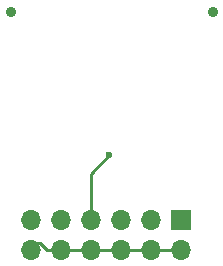
<source format=gbl>
G04 #@! TF.FileFunction,Copper,L2,Bot,Signal*
%FSLAX46Y46*%
G04 Gerber Fmt 4.6, Leading zero omitted, Abs format (unit mm)*
G04 Created by KiCad (PCBNEW 4.0.4-stable) date 05/23/17 22:39:58*
%MOMM*%
%LPD*%
G01*
G04 APERTURE LIST*
%ADD10C,0.100000*%
%ADD11C,0.900000*%
%ADD12R,1.700000X1.700000*%
%ADD13O,1.700000X1.700000*%
%ADD14C,0.600000*%
%ADD15C,0.250000*%
G04 APERTURE END LIST*
D10*
D11*
X18349500Y21660500D03*
X1249500Y21660500D03*
D12*
X15684500Y4064500D03*
D13*
X15684500Y1524500D03*
X13144500Y4064500D03*
X13144500Y1524500D03*
X10604500Y4064500D03*
X10604500Y1524500D03*
X8064500Y4064500D03*
X8064500Y1524500D03*
X5524500Y4064500D03*
X5524500Y1524500D03*
X2984500Y4064500D03*
X2984500Y1524500D03*
D14*
X9594500Y9496100D03*
D15*
X5524500Y1524500D02*
X8064500Y1524500D01*
X8064500Y1524500D02*
X10604500Y1524500D01*
X10604500Y1524500D02*
X13144500Y1524500D01*
X13144500Y1524500D02*
X15684500Y1524500D01*
X2984500Y1524500D02*
X2984500Y2112200D01*
X3761500Y2112200D02*
X4349200Y1524500D01*
X2984500Y2112200D02*
X3761500Y2112200D01*
X5524500Y1524500D02*
X4349200Y1524500D01*
X8064500Y7966100D02*
X9594500Y9496100D01*
X8064500Y4064500D02*
X8064500Y7966100D01*
M02*

</source>
